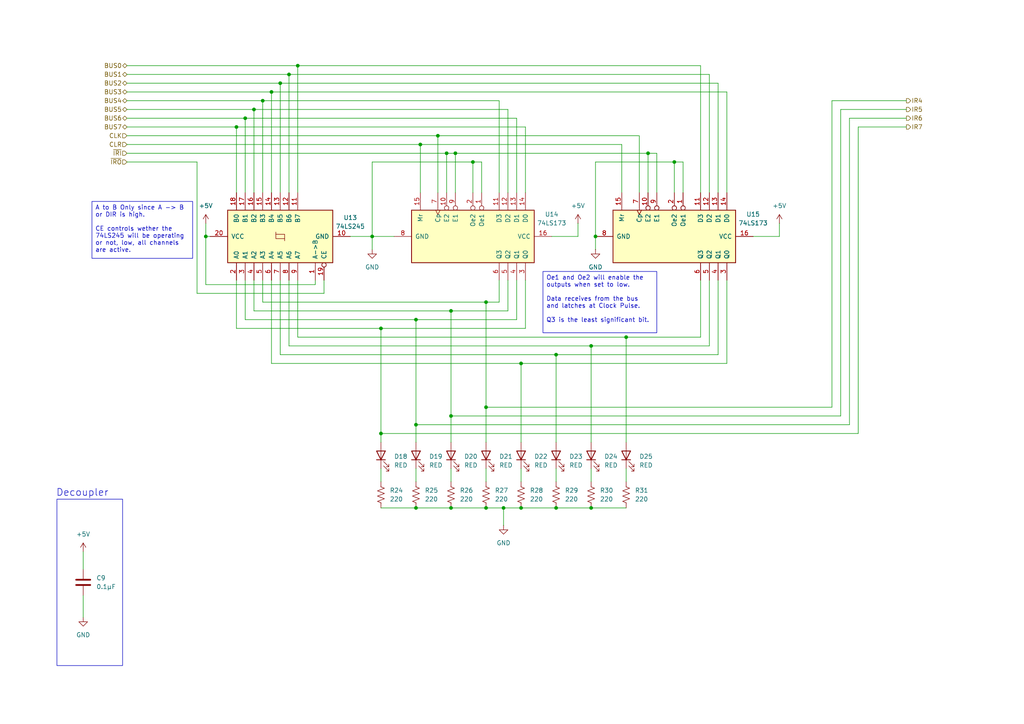
<source format=kicad_sch>
(kicad_sch (version 20250114) (generator "eeschema") (generator_version "9.0")
  (paper "A4")
  (lib_symbols
    (symbol "74xx:74LS173" (pin_names (offset 1.016))
      (property "Reference" "U" (at -7.62 19.05 0))
      (property "Value" "74LS173" (at -7.62 -19.05 0))
      (symbol "74LS173_1_0"
        (pin input line (at -12.7 15.24 0) (length 5.08) (name "D0") (number "14"))
        (pin input line (at -12.7 12.7 0) (length 5.08) (name "D1") (number "13"))
        (pin input line (at -12.7 10.16 0) (length 5.08) (name "D2") (number "12"))
        (pin input line (at -12.7 7.62 0) (length 5.08) (name "D3") (number "11"))
        (pin input inverted (at -12.7 2.54 0) (length 5.08) (name "Oe1") (number "1"))
        (pin input inverted (at -12.7 0 0) (length 5.08) (name "Oe2") (number "2"))
        (pin input inverted (at -12.7 -5.08 0) (length 5.08) (name "E1") (number "9"))
        (pin input inverted (at -12.7 -7.62 0) (length 5.08) (name "E2") (number "10"))
        (pin input clock (at -12.7 -10.16 0) (length 5.08) (name "Cp") (number "7"))
        (pin input line (at -12.7 -15.24 0) (length 5.08) (name "Mr") (number "15"))
        (pin power_in line (at 0 22.86 270) (length 5.08) (name "VCC") (number "16"))
        (pin power_in line (at 0 -22.86 90) (length 5.08) (name "GND") (number "8"))
        (pin tri_state line (at 12.7 15.24 180) (length 5.08) (name "Q0") (number "3"))
        (pin tri_state line (at 12.7 12.7 180) (length 5.08) (name "Q1") (number "4"))
        (pin tri_state line (at 12.7 10.16 180) (length 5.08) (name "Q2") (number "5"))
        (pin tri_state line (at 12.7 7.62 180) (length 5.08) (name "Q3") (number "6"))
      )
      (symbol "74LS173_1_1"
        (rectangle (start -7.62 17.78) (end 7.62 -17.78) (stroke (width 0.254)) (fill (type background)))
      )
    )
    (symbol "74xx:74LS245" (pin_names (offset 1.016))
      (property "Reference" "U" (at -7.62 16.51 0))
      (property "Value" "74LS245" (at -7.62 -16.51 0))
      (symbol "74LS245_1_0"
        (polyline (pts (xy -1.27 -1.27) (xy 0.635 -1.27) (xy 0.635 1.27) (xy 1.27 1.27)))
        (polyline (pts (xy -0.635 -1.27) (xy -0.635 1.27) (xy 0.635 1.27)))
        (pin tri_state line (at -12.7 12.7 0) (length 5.08) (name "A0") (number "2"))
        (pin tri_state line (at -12.7 10.16 0) (length 5.08) (name "A1") (number "3"))
        (pin tri_state line (at -12.7 7.62 0) (length 5.08) (name "A2") (number "4"))
        (pin tri_state line (at -12.7 5.08 0) (length 5.08) (name "A3") (number "5"))
        (pin tri_state line (at -12.7 2.54 0) (length 5.08) (name "A4") (number "6"))
        (pin tri_state line (at -12.7 0 0) (length 5.08) (name "A5") (number "7"))
        (pin tri_state line (at -12.7 -2.54 0) (length 5.08) (name "A6") (number "8"))
        (pin tri_state line (at -12.7 -5.08 0) (length 5.08) (name "A7") (number "9"))
        (pin input line (at -12.7 -10.16 0) (length 5.08) (name "A->B") (number "1"))
        (pin input inverted (at -12.7 -12.7 0) (length 5.08) (name "CE") (number "19"))
        (pin power_in line (at 0 20.32 270) (length 5.08) (name "VCC") (number "20"))
        (pin power_in line (at 0 -20.32 90) (length 5.08) (name "GND") (number "10"))
        (pin tri_state line (at 12.7 12.7 180) (length 5.08) (name "B0") (number "18"))
        (pin tri_state line (at 12.7 10.16 180) (length 5.08) (name "B1") (number "17"))
        (pin tri_state line (at 12.7 7.62 180) (length 5.08) (name "B2") (number "16"))
        (pin tri_state line (at 12.7 5.08 180) (length 5.08) (name "B3") (number "15"))
        (pin tri_state line (at 12.7 2.54 180) (length 5.08) (name "B4") (number "14"))
        (pin tri_state line (at 12.7 0 180) (length 5.08) (name "B5") (number "13"))
        (pin tri_state line (at 12.7 -2.54 180) (length 5.08) (name "B6") (number "12"))
        (pin tri_state line (at 12.7 -5.08 180) (length 5.08) (name "B7") (number "11"))
      )
      (symbol "74LS245_1_1"
        (rectangle (start -7.62 15.24) (end 7.62 -15.24) (stroke (width 0.254)) (fill (type background)))
      )
    )
    (symbol "Device:C" (pin_numbers (hide yes)) (pin_names (offset 0.254))
      (property "Reference" "C" (at 0.635 2.54 0))
      (property "Value" "C" (at 0.635 -2.54 0))
      (symbol "C_0_1"
        (polyline (pts (xy -2.032 0.762) (xy 2.032 0.762)) (stroke (width 0.508)))
        (polyline (pts (xy -2.032 -0.762) (xy 2.032 -0.762)) (stroke (width 0.508)))
      )
      (symbol "C_1_1"
        (pin passive line (at 0 3.81 270) (length 2.794) (name "~") (number "1"))
        (pin passive line (at 0 -3.81 90) (length 2.794) (name "~") (number "2"))
      )
    )
    (symbol "Device:LED" (pin_numbers (hide yes)) (pin_names (offset 1.016) (hide yes))
      (property "Reference" "D" (at 0 2.54 0))
      (property "Value" "LED" (at 0 -2.54 0))
      (symbol "LED_0_1"
        (polyline (pts (xy -3.048 -0.762) (xy -4.572 -2.286) (xy -3.81 -2.286) (xy -4.572 -2.286) (xy -4.572 -1.524)))
        (polyline (pts (xy -1.778 -0.762) (xy -3.302 -2.286) (xy -2.54 -2.286) (xy -3.302 -2.286) (xy -3.302 -1.524)))
        (polyline (pts (xy -1.27 0) (xy 1.27 0)))
        (polyline (pts (xy -1.27 -1.27) (xy -1.27 1.27)) (stroke (width 0.254)))
        (polyline (pts (xy 1.27 -1.27) (xy 1.27 1.27) (xy -1.27 0) (xy 1.27 -1.27)) (stroke (width 0.254)))
      )
      (symbol "LED_1_1"
        (pin passive line (at -3.81 0 0) (length 2.54) (name "K") (number "1"))
        (pin passive line (at 3.81 0 180) (length 2.54) (name "A") (number "2"))
      )
    )
    (symbol "Device:R_US" (pin_numbers (hide yes)) (pin_names (offset 0))
      (property "Reference" "R" (at 2.54 0 90))
      (property "Value" "R_US" (at -2.54 0 90))
      (symbol "R_US_0_1"
        (polyline (pts (xy 0 2.286) (xy 0 2.54)))
        (polyline (pts (xy 0 2.286) (xy 1.016 1.905) (xy 0 1.524) (xy -1.016 1.143) (xy 0 0.762)))
        (polyline (pts (xy 0 0.762) (xy 1.016 0.381) (xy 0 0) (xy -1.016 -0.381) (xy 0 -0.762)))
        (polyline (pts (xy 0 -0.762) (xy 1.016 -1.143) (xy 0 -1.524) (xy -1.016 -1.905) (xy 0 -2.286)))
        (polyline (pts (xy 0 -2.286) (xy 0 -2.54)))
      )
      (symbol "R_US_1_1"
        (pin passive line (at 0 3.81 270) (length 1.27) (name "~") (number "1"))
        (pin passive line (at 0 -3.81 90) (length 1.27) (name "~") (number "2"))
      )
    )
    (symbol "power:+5V" (power) (pin_numbers (hide yes)) (pin_names (offset 0) (hide yes))
      (property "Value" "+5V" (at 0 3.556 0))
      (symbol "+5V_0_1"
        (polyline (pts (xy -0.762 1.27) (xy 0 2.54)))
        (polyline (pts (xy 0 2.54) (xy 0.762 1.27)))
        (polyline (pts (xy 0 0) (xy 0 2.54)))
      )
      (symbol "+5V_1_1"
        (pin power_in line (at 0 0 90) (length 0) (name "~") (number "1"))
      )
    )
    (symbol "power:GND" (power) (pin_numbers (hide yes)) (pin_names (offset 0) (hide yes))
      (property "Value" "GND" (at 0 -3.81 0))
      (symbol "GND_0_1"
        (polyline (pts (xy 0 0) (xy 0 -1.27) (xy 1.27 -1.27) (xy 0 -2.54) (xy -1.27 -1.27) (xy 0 -1.27)))
      )
      (symbol "GND_1_1"
        (pin power_in line (at 0 0 270) (length 0) (name "~") (number "1"))
      )
    )
  )
  (rectangle (start 16.51 144.78) (end 35.56 193.04))
  (text "Decoupler" (at 16.256 143.002 0) (effects (font (size 2.032 2.032)) (justify left)))
  (text_box "A to B Only since A -> B or DIR is high.\n\nCE controls wether the 74LS245 will be operating or not, low, all channels are active." (at 26.67 58.42 0) (size 29.21 16.51) (margins 0.9525 0.9525 0.9525 0.9525) (effects (font (size 1.27 1.27)) (justify left top)))
  (text_box "Oe1 and Oe2 will enable the outputs when set to low.\n\nData receives from the bus and latches at Clock Pulse.\n\nQ3 is the least significant bit." (at 157.48 78.74 0) (size 33.02 17.78) (margins 0.9525 0.9525 0.9525 0.9525) (effects (font (size 1.27 1.27)) (justify left top)))
  (junction (at 151.13 105.41))
  (junction (at 59.69 68.58))
  (junction (at 171.45 147.32))
  (junction (at 120.65 92.71))
  (junction (at 130.81 147.32))
  (junction (at 161.29 147.32))
  (junction (at 121.92 41.91))
  (junction (at 172.72 68.58))
  (junction (at 71.12 34.29))
  (junction (at 187.96 44.45))
  (junction (at 161.29 102.87))
  (junction (at 107.95 68.58))
  (junction (at 120.65 147.32))
  (junction (at 146.05 147.32))
  (junction (at 120.65 123.19))
  (junction (at 181.61 97.79))
  (junction (at 140.97 118.11))
  (junction (at 73.66 31.75))
  (junction (at 81.28 24.13))
  (junction (at 78.74 26.67))
  (junction (at 140.97 147.32))
  (junction (at 127 39.37))
  (junction (at 140.97 87.63))
  (junction (at 110.49 125.73))
  (junction (at 68.58 36.83))
  (junction (at 132.08 44.45))
  (junction (at 76.2 29.21))
  (junction (at 110.49 95.25))
  (junction (at 83.82 21.59))
  (junction (at 86.36 19.05))
  (junction (at 129.54 44.45))
  (junction (at 151.13 147.32))
  (junction (at 130.81 90.17))
  (junction (at 137.16 46.99))
  (junction (at 130.81 120.65))
  (junction (at 171.45 100.33))
  (junction (at 195.58 46.99))
  (wire (pts (xy 147.32 55.88) (xy 147.32 31.75)))
  (wire (pts (xy 147.32 31.75) (xy 73.66 31.75)))
  (wire (pts (xy 121.92 41.91) (xy 121.92 55.88)))
  (wire (pts (xy 132.08 44.45) (xy 132.08 55.88)))
  (wire (pts (xy 76.2 87.63) (xy 76.2 81.28)))
  (wire (pts (xy 208.28 81.28) (xy 208.28 102.87)))
  (wire (pts (xy 83.82 21.59) (xy 83.82 55.88)))
  (wire (pts (xy 59.69 68.58) (xy 60.96 68.58)))
  (wire (pts (xy 243.84 31.75) (xy 243.84 120.65)))
  (wire (pts (xy 190.5 55.88) (xy 190.5 44.45)))
  (wire (pts (xy 210.82 26.67) (xy 78.74 26.67)))
  (wire (pts (xy 78.74 26.67) (xy 78.74 55.88)))
  (wire (pts (xy 167.64 64.77) (xy 167.64 68.58)))
  (wire (pts (xy 151.13 105.41) (xy 78.74 105.41)))
  (wire (pts (xy 205.74 21.59) (xy 83.82 21.59)))
  (wire (pts (xy 144.78 55.88) (xy 144.78 29.21)))
  (wire (pts (xy 208.28 102.87) (xy 161.29 102.87)))
  (wire (pts (xy 147.32 81.28) (xy 147.32 90.17)))
  (wire (pts (xy 93.98 81.28) (xy 93.98 85.09)))
  (wire (pts (xy 110.49 135.89) (xy 110.49 139.7)))
  (wire (pts (xy 110.49 125.73) (xy 110.49 128.27)))
  (wire (pts (xy 243.84 120.65) (xy 130.81 120.65)))
  (wire (pts (xy 144.78 29.21) (xy 76.2 29.21)))
  (wire (pts (xy 59.69 64.77) (xy 59.69 68.58)))
  (wire (pts (xy 76.2 29.21) (xy 76.2 55.88)))
  (wire (pts (xy 149.86 92.71) (xy 120.65 92.71)))
  (wire (pts (xy 146.05 147.32) (xy 151.13 147.32)))
  (wire (pts (xy 107.95 46.99) (xy 107.95 68.58)))
  (wire (pts (xy 152.4 36.83) (xy 68.58 36.83)))
  (wire (pts (xy 36.83 44.45) (xy 129.54 44.45)))
  (wire (pts (xy 59.69 82.55) (xy 59.69 68.58)))
  (wire (pts (xy 146.05 147.32) (xy 146.05 152.4)))
  (wire (pts (xy 101.6 68.58) (xy 107.95 68.58)))
  (wire (pts (xy 248.92 125.73) (xy 110.49 125.73)))
  (wire (pts (xy 241.3 29.21) (xy 241.3 118.11)))
  (wire (pts (xy 195.58 46.99) (xy 195.58 55.88)))
  (wire (pts (xy 152.4 95.25) (xy 110.49 95.25)))
  (wire (pts (xy 210.82 105.41) (xy 151.13 105.41)))
  (wire (pts (xy 171.45 100.33) (xy 171.45 128.27)))
  (wire (pts (xy 195.58 46.99) (xy 172.72 46.99)))
  (wire (pts (xy 226.06 68.58) (xy 218.44 68.58)))
  (wire (pts (xy 171.45 147.32) (xy 181.61 147.32)))
  (wire (pts (xy 130.81 135.89) (xy 130.81 139.7)))
  (wire (pts (xy 137.16 46.99) (xy 137.16 55.88)))
  (wire (pts (xy 86.36 19.05) (xy 36.83 19.05)))
  (wire (pts (xy 181.61 135.89) (xy 181.61 139.7)))
  (wire (pts (xy 130.81 90.17) (xy 130.81 120.65)))
  (wire (pts (xy 68.58 36.83) (xy 68.58 55.88)))
  (wire (pts (xy 127 39.37) (xy 127 55.88)))
  (wire (pts (xy 172.72 68.58) (xy 172.72 72.39)))
  (wire (pts (xy 81.28 102.87) (xy 81.28 81.28)))
  (wire (pts (xy 203.2 19.05) (xy 86.36 19.05)))
  (wire (pts (xy 167.64 68.58) (xy 160.02 68.58)))
  (wire (pts (xy 205.74 81.28) (xy 205.74 100.33)))
  (wire (pts (xy 93.98 85.09) (xy 57.15 85.09)))
  (wire (pts (xy 151.13 105.41) (xy 151.13 128.27)))
  (wire (pts (xy 180.34 41.91) (xy 180.34 55.88)))
  (wire (pts (xy 151.13 147.32) (xy 161.29 147.32)))
  (wire (pts (xy 210.82 81.28) (xy 210.82 105.41)))
  (wire (pts (xy 241.3 118.11) (xy 140.97 118.11)))
  (wire (pts (xy 81.28 24.13) (xy 36.83 24.13)))
  (wire (pts (xy 140.97 87.63) (xy 140.97 118.11)))
  (wire (pts (xy 120.65 92.71) (xy 71.12 92.71)))
  (wire (pts (xy 205.74 100.33) (xy 171.45 100.33)))
  (wire (pts (xy 171.45 135.89) (xy 171.45 139.7)))
  (wire (pts (xy 130.81 147.32) (xy 140.97 147.32)))
  (wire (pts (xy 181.61 97.79) (xy 181.61 128.27)))
  (wire (pts (xy 91.44 82.55) (xy 59.69 82.55)))
  (wire (pts (xy 205.74 55.88) (xy 205.74 21.59)))
  (wire (pts (xy 203.2 81.28) (xy 203.2 97.79)))
  (wire (pts (xy 149.86 55.88) (xy 149.86 34.29)))
  (wire (pts (xy 120.65 147.32) (xy 130.81 147.32)))
  (wire (pts (xy 161.29 102.87) (xy 81.28 102.87)))
  (wire (pts (xy 246.38 34.29) (xy 246.38 123.19)))
  (wire (pts (xy 129.54 44.45) (xy 129.54 55.88)))
  (wire (pts (xy 149.86 81.28) (xy 149.86 92.71)))
  (wire (pts (xy 81.28 24.13) (xy 81.28 55.88)))
  (wire (pts (xy 73.66 90.17) (xy 73.66 81.28)))
  (wire (pts (xy 198.12 46.99) (xy 195.58 46.99)))
  (wire (pts (xy 121.92 41.91) (xy 180.34 41.91)))
  (wire (pts (xy 110.49 95.25) (xy 110.49 125.73)))
  (wire (pts (xy 91.44 81.28) (xy 91.44 82.55)))
  (wire (pts (xy 152.4 81.28) (xy 152.4 95.25)))
  (wire (pts (xy 110.49 95.25) (xy 68.58 95.25)))
  (wire (pts (xy 161.29 102.87) (xy 161.29 128.27)))
  (wire (pts (xy 246.38 123.19) (xy 120.65 123.19)))
  (wire (pts (xy 83.82 81.28) (xy 83.82 100.33)))
  (wire (pts (xy 132.08 44.45) (xy 187.96 44.45)))
  (wire (pts (xy 262.89 36.83) (xy 248.92 36.83)))
  (wire (pts (xy 36.83 46.99) (xy 57.15 46.99)))
  (wire (pts (xy 86.36 97.79) (xy 86.36 81.28)))
  (wire (pts (xy 130.81 90.17) (xy 73.66 90.17)))
  (wire (pts (xy 147.32 90.17) (xy 130.81 90.17)))
  (wire (pts (xy 127 39.37) (xy 36.83 39.37)))
  (wire (pts (xy 24.13 160.02) (xy 24.13 165.1)))
  (wire (pts (xy 203.2 55.88) (xy 203.2 19.05)))
  (wire (pts (xy 198.12 55.88) (xy 198.12 46.99)))
  (wire (pts (xy 262.89 34.29) (xy 246.38 34.29)))
  (wire (pts (xy 73.66 31.75) (xy 36.83 31.75)))
  (wire (pts (xy 172.72 46.99) (xy 172.72 68.58)))
  (wire (pts (xy 36.83 34.29) (xy 71.12 34.29)))
  (wire (pts (xy 71.12 34.29) (xy 149.86 34.29)))
  (wire (pts (xy 139.7 55.88) (xy 139.7 46.99)))
  (wire (pts (xy 187.96 44.45) (xy 190.5 44.45)))
  (wire (pts (xy 210.82 55.88) (xy 210.82 26.67)))
  (wire (pts (xy 120.65 92.71) (xy 120.65 123.19)))
  (wire (pts (xy 185.42 39.37) (xy 127 39.37)))
  (wire (pts (xy 208.28 24.13) (xy 81.28 24.13)))
  (wire (pts (xy 76.2 29.21) (xy 36.83 29.21)))
  (wire (pts (xy 86.36 19.05) (xy 86.36 55.88)))
  (wire (pts (xy 120.65 123.19) (xy 120.65 128.27)))
  (wire (pts (xy 185.42 55.88) (xy 185.42 39.37)))
  (wire (pts (xy 78.74 81.28) (xy 78.74 105.41)))
  (wire (pts (xy 181.61 97.79) (xy 86.36 97.79)))
  (wire (pts (xy 57.15 85.09) (xy 57.15 46.99)))
  (wire (pts (xy 152.4 55.88) (xy 152.4 36.83)))
  (wire (pts (xy 68.58 95.25) (xy 68.58 81.28)))
  (wire (pts (xy 146.05 147.32) (xy 140.97 147.32)))
  (wire (pts (xy 161.29 147.32) (xy 171.45 147.32)))
  (wire (pts (xy 226.06 64.77) (xy 226.06 68.58)))
  (wire (pts (xy 110.49 147.32) (xy 120.65 147.32)))
  (wire (pts (xy 144.78 87.63) (xy 140.97 87.63)))
  (wire (pts (xy 151.13 135.89) (xy 151.13 139.7)))
  (wire (pts (xy 140.97 118.11) (xy 140.97 128.27)))
  (wire (pts (xy 83.82 21.59) (xy 36.83 21.59)))
  (wire (pts (xy 144.78 81.28) (xy 144.78 87.63)))
  (wire (pts (xy 140.97 87.63) (xy 76.2 87.63)))
  (wire (pts (xy 139.7 46.99) (xy 137.16 46.99)))
  (wire (pts (xy 137.16 46.99) (xy 107.95 46.99)))
  (wire (pts (xy 71.12 34.29) (xy 71.12 55.88)))
  (wire (pts (xy 120.65 135.89) (xy 120.65 139.7)))
  (wire (pts (xy 36.83 41.91) (xy 121.92 41.91)))
  (wire (pts (xy 248.92 36.83) (xy 248.92 125.73)))
  (wire (pts (xy 130.81 120.65) (xy 130.81 128.27)))
  (wire (pts (xy 208.28 55.88) (xy 208.28 24.13)))
  (wire (pts (xy 171.45 100.33) (xy 83.82 100.33)))
  (wire (pts (xy 187.96 55.88) (xy 187.96 44.45)))
  (wire (pts (xy 203.2 97.79) (xy 181.61 97.79)))
  (wire (pts (xy 73.66 31.75) (xy 73.66 55.88)))
  (wire (pts (xy 107.95 68.58) (xy 107.95 72.39)))
  (wire (pts (xy 24.13 172.72) (xy 24.13 179.07)))
  (wire (pts (xy 262.89 29.21) (xy 241.3 29.21)))
  (wire (pts (xy 71.12 92.71) (xy 71.12 81.28)))
  (wire (pts (xy 68.58 36.83) (xy 36.83 36.83)))
  (wire (pts (xy 140.97 135.89) (xy 140.97 139.7)))
  (wire (pts (xy 129.54 44.45) (xy 132.08 44.45)))
  (wire (pts (xy 107.95 68.58) (xy 114.3 68.58)))
  (wire (pts (xy 262.89 31.75) (xy 243.84 31.75)))
  (wire (pts (xy 161.29 135.89) (xy 161.29 139.7)))
  (wire (pts (xy 78.74 26.67) (xy 36.83 26.67)))
  (hierarchical_label "IR5" (shape output) (at 262.89 31.75 0))
  (hierarchical_label "IR4" (shape output) (at 262.89 29.21 0))
  (hierarchical_label "BUS0" (shape bidirectional) (at 36.83 19.05 180))
  (hierarchical_label "IR7" (shape output) (at 262.89 36.83 0))
  (hierarchical_label "BUS4" (shape bidirectional) (at 36.83 29.21 180))
  (hierarchical_label "BUS5" (shape bidirectional) (at 36.83 31.75 180))
  (hierarchical_label "BUS7" (shape bidirectional) (at 36.83 36.83 180))
  (hierarchical_label "~{IRO}" (shape input) (at 36.83 46.99 180))
  (hierarchical_label "CLR" (shape input) (at 36.83 41.91 180))
  (hierarchical_label "CLK" (shape input) (at 36.83 39.37 180))
  (hierarchical_label "~{IRI}" (shape input) (at 36.83 44.45 180))
  (hierarchical_label "IR6" (shape output) (at 262.89 34.29 0))
  (hierarchical_label "BUS1" (shape bidirectional) (at 36.83 21.59 180))
  (hierarchical_label "BUS2" (shape bidirectional) (at 36.83 24.13 180))
  (hierarchical_label "BUS3" (shape bidirectional) (at 36.83 26.67 180))
  (hierarchical_label "BUS6" (shape bidirectional) (at 36.83 34.29 180))
  (symbol (lib_id "power:+5V") (at 226.06 64.77 0) (unit 1)
    (property "Reference" "#PWR039" (effects (hide yes)))
    (property "Value" "+5V" (at 226.06 59.69 0))
    (property "Description" "Power symbol creates a global label with name \"+5V\"" (effects (hide yes)))
  )
  (symbol (lib_id "power:+5V") (at 24.13 160.02 0) (unit 1)
    (property "Reference" "#PWR032" (effects (hide yes)))
    (property "Value" "+5V" (at 24.13 154.94 0))
    (property "Description" "Power symbol creates a global label with name \"+5V\"" (effects (hide yes)))
  )
  (symbol (lib_id "Device:R_US") (at 130.81 143.51 0) (unit 1)
    (property "Reference" "R26" (at 133.35 142.2399 0) (effects (justify left)))
    (property "Value" "220" (at 133.35 144.7799 0) (effects (justify left)))
    (property "Description" "Resistor, US symbol" (effects (hide yes)))
  )
  (symbol (lib_id "Device:LED") (at 130.81 132.08 90) (unit 1)
    (property "Reference" "D20" (at 134.62 132.3974 90) (effects (justify right)))
    (property "Value" "RED" (at 134.62 134.9374 90) (effects (justify right)))
    (property "Description" "Light emitting diode" (effects (hide yes)))
    (property "Sim.Pins" "1=K 2=A" (effects (hide yes)))
  )
  (symbol (lib_id "Device:LED") (at 110.49 132.08 90) (unit 1)
    (property "Reference" "D18" (at 114.3 132.3974 90) (effects (justify right)))
    (property "Value" "RED" (at 114.3 134.9374 90) (effects (justify right)))
    (property "Description" "Light emitting diode" (effects (hide yes)))
    (property "Sim.Pins" "1=K 2=A" (effects (hide yes)))
  )
  (symbol (lib_id "power:GND") (at 24.13 179.07 0) (unit 1)
    (property "Reference" "#PWR033" (effects (hide yes)))
    (property "Value" "GND" (at 24.13 184.15 0))
    (property "Description" "Power symbol creates a global label with name \"GND\" , ground" (effects (hide yes)))
  )
  (symbol (lib_id "power:GND") (at 146.05 152.4 0) (unit 1)
    (property "Reference" "#PWR036" (effects (hide yes)))
    (property "Value" "GND" (at 146.05 157.48 0))
    (property "Description" "Power symbol creates a global label with name \"GND\" , ground" (effects (hide yes)))
  )
  (symbol (lib_id "power:+5V") (at 167.64 64.77 0) (unit 1)
    (property "Reference" "#PWR037" (effects (hide yes)))
    (property "Value" "+5V" (at 167.64 59.69 0))
    (property "Description" "Power symbol creates a global label with name \"+5V\"" (effects (hide yes)))
  )
  (symbol (lib_id "Device:R_US") (at 110.49 143.51 0) (unit 1)
    (property "Reference" "R24" (at 113.03 142.2399 0) (effects (justify left)))
    (property "Value" "220" (at 113.03 144.7799 0) (effects (justify left)))
    (property "Description" "Resistor, US symbol" (effects (hide yes)))
  )
  (symbol (lib_id "Device:LED") (at 181.61 132.08 90) (unit 1)
    (property "Reference" "D25" (at 185.42 132.3974 90) (effects (justify right)))
    (property "Value" "RED" (at 185.42 134.9374 90) (effects (justify right)))
    (property "Description" "Light emitting diode" (effects (hide yes)))
    (property "Sim.Pins" "1=K 2=A" (effects (hide yes)))
  )
  (symbol (lib_id "Device:LED") (at 161.29 132.08 90) (unit 1)
    (property "Reference" "D23" (at 165.1 132.3974 90) (effects (justify right)))
    (property "Value" "RED" (at 165.1 134.9374 90) (effects (justify right)))
    (property "Description" "Light emitting diode" (effects (hide yes)))
    (property "Sim.Pins" "1=K 2=A" (effects (hide yes)))
  )
  (symbol (lib_id "74xx:74LS173") (at 137.16 68.58 270) (unit 1)
    (property "Reference" "U14" (at 160.02 62.1598 90))
    (property "Value" "74LS173" (at 160.02 64.6998 90))
    (property "Datasheet" "http://www.ti.com/lit/gpn/sn74LS173" (effects (hide yes)))
    (property "Description" "4-bit D-type Register, 3 state out" (effects (hide yes)))
  )
  (symbol (lib_id "Device:LED") (at 140.97 132.08 90) (unit 1)
    (property "Reference" "D21" (at 144.78 132.3974 90) (effects (justify right)))
    (property "Value" "RED" (at 144.78 134.9374 90) (effects (justify right)))
    (property "Description" "Light emitting diode" (effects (hide yes)))
    (property "Sim.Pins" "1=K 2=A" (effects (hide yes)))
  )
  (symbol (lib_id "Device:R_US") (at 120.65 143.51 0) (unit 1)
    (property "Reference" "R25" (at 123.19 142.2399 0) (effects (justify left)))
    (property "Value" "220" (at 123.19 144.7799 0) (effects (justify left)))
    (property "Description" "Resistor, US symbol" (effects (hide yes)))
  )
  (symbol (lib_id "Device:R_US") (at 181.61 143.51 0) (unit 1)
    (property "Reference" "R31" (at 184.15 142.2399 0) (effects (justify left)))
    (property "Value" "220" (at 184.15 144.7799 0) (effects (justify left)))
    (property "Description" "Resistor, US symbol" (effects (hide yes)))
  )
  (symbol (lib_id "74xx:74LS173") (at 195.58 68.58 270) (unit 1)
    (property "Reference" "U15" (at 218.44 62.1598 90))
    (property "Value" "74LS173" (at 218.44 64.6998 90))
    (property "Datasheet" "http://www.ti.com/lit/gpn/sn74LS173" (effects (hide yes)))
    (property "Description" "4-bit D-type Register, 3 state out" (effects (hide yes)))
  )
  (symbol (lib_id "Device:LED") (at 151.13 132.08 90) (unit 1)
    (property "Reference" "D22" (at 154.94 132.3974 90) (effects (justify right)))
    (property "Value" "RED" (at 154.94 134.9374 90) (effects (justify right)))
    (property "Description" "Light emitting diode" (effects (hide yes)))
    (property "Sim.Pins" "1=K 2=A" (effects (hide yes)))
  )
  (symbol (lib_id "Device:R_US") (at 140.97 143.51 0) (unit 1)
    (property "Reference" "R27" (at 143.51 142.2399 0) (effects (justify left)))
    (property "Value" "220" (at 143.51 144.7799 0) (effects (justify left)))
    (property "Description" "Resistor, US symbol" (effects (hide yes)))
  )
  (symbol (lib_id "Device:LED") (at 120.65 132.08 90) (unit 1)
    (property "Reference" "D19" (at 124.46 132.3974 90) (effects (justify right)))
    (property "Value" "RED" (at 124.46 134.9374 90) (effects (justify right)))
    (property "Description" "Light emitting diode" (effects (hide yes)))
    (property "Sim.Pins" "1=K 2=A" (effects (hide yes)))
  )
  (symbol (lib_id "power:+5V") (at 59.69 64.77 0) (unit 1)
    (property "Reference" "#PWR034" (effects (hide yes)))
    (property "Value" "+5V" (at 59.69 59.69 0))
    (property "Description" "Power symbol creates a global label with name \"+5V\"" (effects (hide yes)))
  )
  (symbol (lib_id "74xx:74LS245") (at 81.28 68.58 90) (unit 1)
    (property "Reference" "U13" (at 101.6 63.1346 90))
    (property "Value" "74LS245" (at 101.6 65.6746 90))
    (property "Datasheet" "http://www.ti.com/lit/gpn/sn74LS245" (effects (hide yes)))
    (property "Description" "Octal BUS Transceivers, 3-State outputs" (effects (hide yes)))
  )
  (symbol (lib_id "Device:R_US") (at 151.13 143.51 0) (unit 1)
    (property "Reference" "R28" (at 153.67 142.2399 0) (effects (justify left)))
    (property "Value" "220" (at 153.67 144.7799 0) (effects (justify left)))
    (property "Description" "Resistor, US symbol" (effects (hide yes)))
  )
  (symbol (lib_id "power:GND") (at 172.72 72.39 0) (unit 1)
    (property "Reference" "#PWR038" (effects (hide yes)))
    (property "Value" "GND" (at 172.72 77.47 0))
    (property "Description" "Power symbol creates a global label with name \"GND\" , ground" (effects (hide yes)))
  )
  (symbol (lib_id "Device:R_US") (at 161.29 143.51 0) (unit 1)
    (property "Reference" "R29" (at 163.83 142.2399 0) (effects (justify left)))
    (property "Value" "220" (at 163.83 144.7799 0) (effects (justify left)))
    (property "Description" "Resistor, US symbol" (effects (hide yes)))
  )
  (symbol (lib_id "Device:R_US") (at 171.45 143.51 0) (unit 1)
    (property "Reference" "R30" (at 173.99 142.2399 0) (effects (justify left)))
    (property "Value" "220" (at 173.99 144.7799 0) (effects (justify left)))
    (property "Description" "Resistor, US symbol" (effects (hide yes)))
  )
  (symbol (lib_id "Device:LED") (at 171.45 132.08 90) (unit 1)
    (property "Reference" "D24" (at 175.26 132.3974 90) (effects (justify right)))
    (property "Value" "RED" (at 175.26 134.9374 90) (effects (justify right)))
    (property "Description" "Light emitting diode" (effects (hide yes)))
    (property "Sim.Pins" "1=K 2=A" (effects (hide yes)))
  )
  (symbol (lib_id "power:GND") (at 107.95 72.39 0) (unit 1)
    (property "Reference" "#PWR035" (effects (hide yes)))
    (property "Value" "GND" (at 107.95 77.47 0))
    (property "Description" "Power symbol creates a global label with name \"GND\" , ground" (effects (hide yes)))
  )
  (symbol (lib_id "Device:C") (at 24.13 168.91 0) (unit 1)
    (property "Reference" "C9" (at 27.94 167.6399 0) (effects (justify left)))
    (property "Value" "0.1µF" (at 27.94 170.1799 0) (effects (justify left)))
    (property "Description" "Unpolarized capacitor" (effects (hide yes)))
  )
)
</source>
